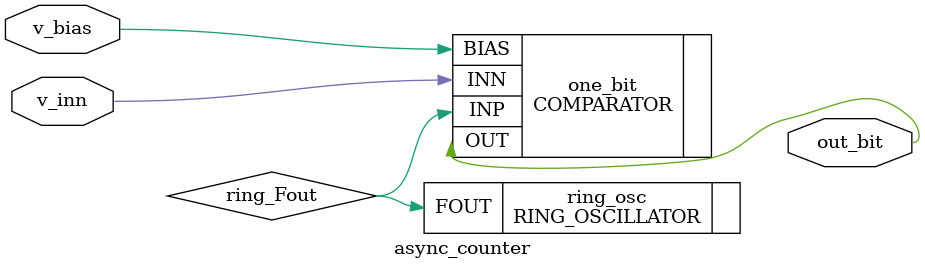
<source format=v>
module async_counter(
    input wire v_bias,
    input wire v_inn,
    output wire  out_bit
);

wire ring_Fout;

RING_OSCILLATOR ring_osc(
    .FOUT(ring_Fout)
);

COMPARATOR one_bit(
    .INP(ring_Fout),
    .INN(v_inn),
    .BIAS(v_bias),
    .OUT(out_bit)
);

endmodule


</source>
